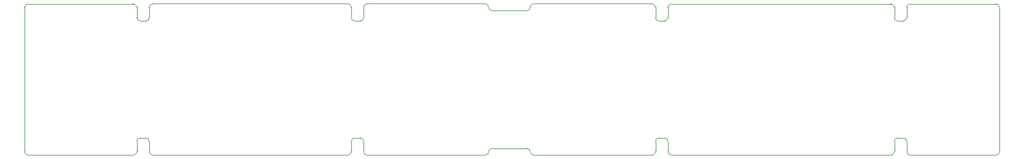
<source format=gbr>
%TF.GenerationSoftware,Altium Limited,Altium Designer,19.0.15 (446)*%
G04 Layer_Color=0*
%FSLAX45Y45*%
%MOMM*%
%TF.FileFunction,Profile,NP*%
%TF.Part,Single*%
G01*
G75*
%TA.AperFunction,Profile*%
%ADD207C,0.02540*%
D207*
X1155975Y1000813D02*
X2679981D01*
D02*
G03*
X2729981Y1050813I0J50000D01*
G01*
X2729971D01*
Y1200813D01*
X2729971D01*
D02*
G02*
X2779971Y1250813I50000J0D01*
G01*
Y1250813D01*
X2859971D01*
Y1250813D01*
D02*
G02*
X2909971Y1200813I0J-50000D01*
G01*
X2909981Y1199868D01*
Y1050813D01*
X2909971D01*
D02*
G03*
X2959971Y1000813I50000J0D01*
G01*
X5781221D01*
D02*
G03*
X5831220Y1050813I0J50000D01*
G01*
X5831211D01*
Y1200813D01*
X5831211D01*
D02*
G02*
X5881211Y1250813I50000J0D01*
G01*
Y1250813D01*
X5961221D01*
X5961211Y1250813D01*
D02*
G02*
X6011211Y1200813I0J-50000D01*
G01*
X6011221D01*
Y1050813D01*
X6011211D01*
D02*
G03*
X6061211Y1000813I50000J0D01*
G01*
X7769220D01*
X7769298Y1000735D01*
D02*
G03*
X7819298Y1050734I0J50000D01*
G01*
D02*
G02*
X7869298Y1100734I50000J0D01*
G01*
X8370875D01*
D02*
G02*
X8420875Y1050734I0J-50000D01*
G01*
D02*
G03*
X8470875Y1000735I50000J0D01*
G01*
X10181141D01*
Y1000813D01*
D02*
G03*
X10231141Y1050813I0J50000D01*
G01*
X10231131D01*
Y1200813D01*
X10231131D01*
D02*
G02*
X10281131Y1250813I50000J0D01*
G01*
X10281131Y1250813D01*
X10361131D01*
X10361131Y1250813D01*
D02*
G02*
X10411131Y1200813I0J-50000D01*
G01*
X10411131D01*
Y1050813D01*
X10411131D01*
D02*
G03*
X10461131Y1000813I50000J0D01*
G01*
X13634970D01*
D02*
G03*
X13684970Y1050813I0J50000D01*
G01*
X13684959D01*
Y1200813D01*
X13684961D01*
D02*
G02*
X13734961Y1250813I50000J0D01*
G01*
X13734959Y1250813D01*
X13814960D01*
X13814961Y1250813D01*
D02*
G02*
X13864961Y1200813I0J-50000D01*
G01*
X13864960D01*
Y1050813D01*
X13864961D01*
D02*
G03*
X13914960Y1000813I50000J0D01*
G01*
X15155975D01*
D02*
G03*
X15205975Y1050813I0J50000D01*
G01*
X15204875Y3150713D01*
D02*
G03*
X15154974Y3200613I-49900J0D01*
G01*
X13914970D01*
Y3200513D01*
D02*
G03*
X13865070Y3150613I0J-49900D01*
G01*
X13864970Y3150713D01*
Y3000713D01*
X13864870D01*
D02*
G02*
X13814970Y2950813I-49900J0D01*
G01*
Y2950713D01*
X13734970D01*
X13734869Y2950813D01*
D02*
G02*
X13684970Y3000713I0J49900D01*
G01*
Y3150713D01*
X13684871D01*
D02*
G03*
X13634970Y3200613I-49900J0D01*
G01*
X10461131D01*
D02*
G03*
X10411231Y3150713I0J-49900D01*
G01*
X10411131Y3150813D01*
Y3000813D01*
X10411031D01*
D02*
G02*
X10361131Y2950913I-49900J0D01*
G01*
Y2950813D01*
X10281131D01*
X10281031Y2950913D01*
D02*
G02*
X10231131Y3000813I0J49900D01*
G01*
Y3150813D01*
X10231031D01*
D02*
G03*
X10181131Y3200713I-49900J0D01*
G01*
X8470875Y3200712D01*
Y3200713D01*
D02*
G03*
X8420875Y3150713I0J-50000D01*
G01*
D02*
G02*
X8370875Y3100713I-50000J0D01*
G01*
X7869298D01*
D02*
G02*
X7819298Y3150713I0J50000D01*
G01*
D02*
G03*
X7769298Y3200713I-50000J0D01*
G01*
Y3200712D01*
X6061211D01*
D02*
G03*
X6011211Y3150713I0J-50000D01*
G01*
X6011221D01*
Y3000713D01*
X6011220D01*
D02*
G02*
X5961220Y2950713I-50000J0D01*
G01*
Y2950712D01*
X5881220D01*
Y2950713D01*
D02*
G02*
X5831220Y3000713I0J50000D01*
G01*
X5831211Y3001657D01*
Y3150713D01*
X5831220D01*
D02*
G03*
X5781221Y3200712I-50000J0D01*
G01*
X2959961D01*
Y3199975D01*
D02*
G03*
X2909961Y3149975I0J-50000D01*
G01*
X2909971D01*
Y2999975D01*
X2909971D01*
D02*
G02*
X2859971Y2949975I-50000J0D01*
G01*
Y2949975D01*
X2779971D01*
Y2949975D01*
D02*
G02*
X2729971Y2999975I0J50000D01*
G01*
X2729961Y3000919D01*
Y3149975D01*
X2729971D01*
D02*
G03*
X2679971Y3199975I-50000J0D01*
G01*
Y3200603D01*
X1155975D01*
D02*
G03*
X1106074Y3150703I0J-49900D01*
G01*
Y1050913D01*
X1105975Y1050813D01*
D02*
G03*
X1155975Y1000813I50000J0D01*
G01*
%TF.MD5,47c8293cba0e20d9f7a8bb05ab0ce089*%
M02*

</source>
